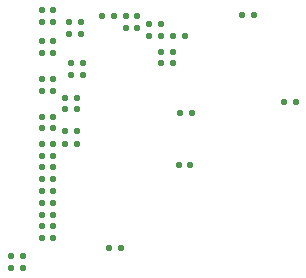
<source format=gbr>
%TF.GenerationSoftware,Altium Limited,Altium Designer,24.3.1 (35)*%
G04 Layer_Color=128*
%FSLAX45Y45*%
%MOMM*%
%TF.SameCoordinates,49A6F1C3-9DA9-4727-8ECF-3BB51FF8743F*%
%TF.FilePolarity,Positive*%
%TF.FileFunction,Paste,Bot*%
%TF.Part,Single*%
G01*
G75*
%TA.AperFunction,SMDPad,CuDef*%
G04:AMPARAMS|DCode=64|XSize=0.53666mm|YSize=0.53666mm|CornerRadius=0.11833mm|HoleSize=0mm|Usage=FLASHONLY|Rotation=270.000|XOffset=0mm|YOffset=0mm|HoleType=Round|Shape=RoundedRectangle|*
%AMROUNDEDRECTD64*
21,1,0.53666,0.30000,0,0,270.0*
21,1,0.30000,0.53666,0,0,270.0*
1,1,0.23666,-0.15000,-0.15000*
1,1,0.23666,-0.15000,0.15000*
1,1,0.23666,0.15000,0.15000*
1,1,0.23666,0.15000,-0.15000*
%
%ADD64ROUNDEDRECTD64*%
D64*
X1770000Y1560000D02*
D03*
X1870000D02*
D03*
X700000Y700000D02*
D03*
X600000D02*
D03*
Y600000D02*
D03*
X700000D02*
D03*
X1210000Y2380000D02*
D03*
X1110000D02*
D03*
X1710000Y2080000D02*
D03*
X1610000D02*
D03*
X440000Y250000D02*
D03*
X340000D02*
D03*
X2750000Y1650000D02*
D03*
X2650000D02*
D03*
X700000Y1100000D02*
D03*
X600000D02*
D03*
X700000Y1850000D02*
D03*
X600000D02*
D03*
X699999Y2429999D02*
D03*
X599999D02*
D03*
X930000Y2330000D02*
D03*
X830000D02*
D03*
X950000Y1980000D02*
D03*
X850000D02*
D03*
X700000Y2170000D02*
D03*
X600000D02*
D03*
X1410000Y2380000D02*
D03*
X1310000D02*
D03*
X1610000Y2310000D02*
D03*
X1510000D02*
D03*
X900000Y1690000D02*
D03*
X800000D02*
D03*
X1810000Y2210000D02*
D03*
X1710000D02*
D03*
X700000Y900000D02*
D03*
X600000D02*
D03*
X700000Y1300000D02*
D03*
X600000D02*
D03*
X900000Y1410000D02*
D03*
X800000D02*
D03*
X2300000Y2390000D02*
D03*
X2400000D02*
D03*
X700000Y1530000D02*
D03*
X600000D02*
D03*
X600000Y1750000D02*
D03*
X700000D02*
D03*
X1510000Y2210000D02*
D03*
X1610000D02*
D03*
X600000Y1430000D02*
D03*
X700000D02*
D03*
X1310000Y2280000D02*
D03*
X1410000D02*
D03*
X800000Y1590000D02*
D03*
X900000D02*
D03*
X600000Y2330000D02*
D03*
X700000D02*
D03*
X930000Y2230000D02*
D03*
X830000D02*
D03*
X700000Y500000D02*
D03*
X600000D02*
D03*
Y1000000D02*
D03*
X700000D02*
D03*
X440000Y350000D02*
D03*
X340000D02*
D03*
X1610000Y1980000D02*
D03*
X1710000D02*
D03*
X700000Y800000D02*
D03*
X600000D02*
D03*
X950000Y1880000D02*
D03*
X850000D02*
D03*
X700000Y2070000D02*
D03*
X600000D02*
D03*
X1760000Y1120000D02*
D03*
X1860000D02*
D03*
X600000Y1200000D02*
D03*
X700000D02*
D03*
X1170000Y420000D02*
D03*
X1270000D02*
D03*
X800000Y1300000D02*
D03*
X900000D02*
D03*
%TF.MD5,753ef9b9de64dec681031f3c0c105d74*%
M02*

</source>
